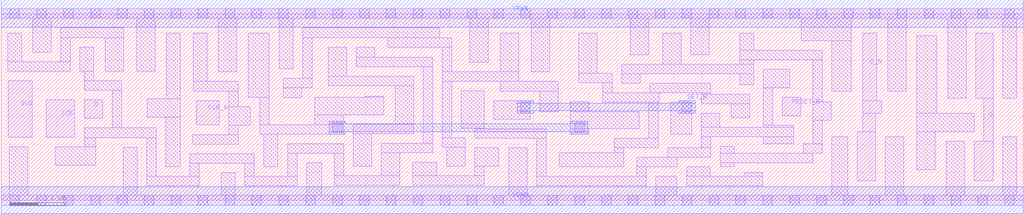
<source format=lef>
# Copyright 2020 The SkyWater PDK Authors
#
# Licensed under the Apache License, Version 2.0 (the "License");
# you may not use this file except in compliance with the License.
# You may obtain a copy of the License at
#
#     https://www.apache.org/licenses/LICENSE-2.0
#
# Unless required by applicable law or agreed to in writing, software
# distributed under the License is distributed on an "AS IS" BASIS,
# WITHOUT WARRANTIES OR CONDITIONS OF ANY KIND, either express or implied.
# See the License for the specific language governing permissions and
# limitations under the License.
#
# SPDX-License-Identifier: Apache-2.0

VERSION 5.7 ;
  NAMESCASESENSITIVE ON ;
  NOWIREEXTENSIONATPIN ON ;
  DIVIDERCHAR "/" ;
  BUSBITCHARS "[]" ;
UNITS
  DATABASE MICRONS 200 ;
END UNITS
MACRO sky130_fd_sc_hs__sdfbbn_2
  CLASS CORE ;
  FOREIGN sky130_fd_sc_hs__sdfbbn_2 ;
  ORIGIN  0.000000  0.000000 ;
  SIZE  18.24000 BY  3.330000 ;
  SYMMETRY X Y ;
  SITE unit ;
  PIN D
    ANTENNAGATEAREA  0.159000 ;
    DIRECTION INPUT ;
    USE SIGNAL ;
    PORT
      LAYER li1 ;
        RECT 1.485000 1.460000 1.815000 1.790000 ;
    END
  END D
  PIN Q
    ANTENNADIFFAREA  0.543200 ;
    DIRECTION OUTPUT ;
    USE SIGNAL ;
    PORT
      LAYER li1 ;
        RECT 17.370000 0.350000 17.705000 1.050000 ;
        RECT 17.395000 1.820000 17.705000 2.980000 ;
        RECT 17.535000 1.050000 17.705000 1.820000 ;
    END
  END Q
  PIN Q_N
    ANTENNADIFFAREA  0.543200 ;
    DIRECTION OUTPUT ;
    USE SIGNAL ;
    PORT
      LAYER li1 ;
        RECT 15.280000 0.350000 15.610000 1.220000 ;
        RECT 15.375000 1.220000 15.610000 1.550000 ;
        RECT 15.375000 1.550000 15.715000 1.780000 ;
        RECT 15.375000 1.780000 15.625000 2.980000 ;
    END
  END Q_N
  PIN RESET_B
    ANTENNAGATEAREA  0.159000 ;
    DIRECTION INPUT ;
    USE SIGNAL ;
    PORT
      LAYER li1 ;
        RECT 13.945000 1.505000 14.275000 1.835000 ;
    END
  END RESET_B
  PIN SCD
    ANTENNAGATEAREA  0.159000 ;
    DIRECTION INPUT ;
    USE SIGNAL ;
    PORT
      LAYER li1 ;
        RECT 0.125000 1.125000 0.550000 2.135000 ;
    END
  END SCD
  PIN SCE
    ANTENNAGATEAREA  0.318000 ;
    DIRECTION INPUT ;
    USE SIGNAL ;
    PORT
      LAYER li1 ;
        RECT 0.805000 1.125000 1.315000 1.795000 ;
    END
  END SCE
  PIN SET_B
    ANTENNAGATEAREA  0.469500 ;
    DIRECTION INPUT ;
    USE SIGNAL ;
    PORT
      LAYER met1 ;
        RECT  9.215000 1.550000  9.505000 1.595000 ;
        RECT  9.215000 1.595000 12.385000 1.735000 ;
        RECT  9.215000 1.735000  9.505000 1.780000 ;
        RECT 12.095000 1.550000 12.385000 1.595000 ;
        RECT 12.095000 1.735000 12.385000 1.780000 ;
    END
  END SET_B
  PIN CLK_N
    ANTENNAGATEAREA  0.279000 ;
    DIRECTION INPUT ;
    USE CLOCK ;
    PORT
      LAYER li1 ;
        RECT 3.485000 1.350000 3.895000 1.780000 ;
    END
  END CLK_N
  PIN VGND
    DIRECTION INOUT ;
    USE GROUND ;
    PORT
      LAYER met1 ;
        RECT 0.000000 -0.245000 18.240000 0.245000 ;
    END
  END VGND
  PIN VPWR
    DIRECTION INOUT ;
    USE POWER ;
    PORT
      LAYER met1 ;
        RECT 0.000000 3.085000 18.240000 3.575000 ;
    END
  END VPWR
  OBS
    LAYER li1 ;
      RECT  0.000000 -0.085000 18.240000 0.085000 ;
      RECT  0.000000  3.245000 18.240000 3.415000 ;
      RECT  0.115000  2.305000  1.235000 2.475000 ;
      RECT  0.115000  2.475000  0.365000 2.980000 ;
      RECT  0.140000  0.085000  0.470000 0.955000 ;
      RECT  0.565000  2.645000  0.895000 3.245000 ;
      RECT  0.960000  0.625000  1.690000 0.955000 ;
      RECT  1.065000  2.475000  1.235000 2.905000 ;
      RECT  1.065000  2.905000  2.185000 3.075000 ;
      RECT  1.405000  2.300000  1.655000 2.735000 ;
      RECT  1.485000  0.955000  1.690000 1.120000 ;
      RECT  1.485000  1.120000  2.770000 1.290000 ;
      RECT  1.485000  1.960000  2.155000 2.130000 ;
      RECT  1.485000  2.130000  1.655000 2.300000 ;
      RECT  1.855000  2.300000  2.185000 2.905000 ;
      RECT  1.985000  1.290000  2.155000 1.960000 ;
      RECT  2.180000  0.085000  2.430000 0.950000 ;
      RECT  2.415000  2.300000  2.745000 3.245000 ;
      RECT  2.600000  0.255000  3.535000 0.425000 ;
      RECT  2.600000  0.425000  2.770000 1.120000 ;
      RECT  2.605000  1.480000  3.195000 1.810000 ;
      RECT  2.940000  0.595000  3.195000 1.480000 ;
      RECT  2.945000  1.810000  3.195000 2.980000 ;
      RECT  3.365000  0.425000  3.535000 0.660000 ;
      RECT  3.365000  0.660000  4.520000 0.830000 ;
      RECT  3.420000  1.000000  4.235000 1.170000 ;
      RECT  3.425000  1.950000  4.235000 2.120000 ;
      RECT  3.425000  2.120000  3.675000 2.980000 ;
      RECT  3.875000  2.290000  4.205000 3.245000 ;
      RECT  3.930000  0.085000  4.180000 0.490000 ;
      RECT  4.065000  1.170000  4.235000 1.340000 ;
      RECT  4.065000  1.340000  4.445000 1.670000 ;
      RECT  4.065000  1.670000  4.235000 1.950000 ;
      RECT  4.350000  0.255000  5.280000 0.425000 ;
      RECT  4.350000  0.425000  4.520000 0.660000 ;
      RECT  4.405000  1.840000  4.785000 2.980000 ;
      RECT  4.615000  1.180000  6.115000 1.350000 ;
      RECT  4.615000  1.350000  4.785000 1.840000 ;
      RECT  4.690000  0.595000  4.940000 1.180000 ;
      RECT  4.965000  2.350000  5.215000 3.245000 ;
      RECT  5.035000  1.830000  5.365000 2.010000 ;
      RECT  5.035000  2.010000  5.555000 2.180000 ;
      RECT  5.110000  0.425000  5.280000 0.840000 ;
      RECT  5.110000  0.840000  6.115000 1.010000 ;
      RECT  5.385000  2.180000  5.555000 2.905000 ;
      RECT  5.385000  2.905000  7.825000 3.075000 ;
      RECT  5.450000  0.085000  5.720000 0.670000 ;
      RECT  5.595000  1.350000  6.115000 1.525000 ;
      RECT  5.595000  1.525000  6.825000 1.840000 ;
      RECT  5.840000  2.040000  7.365000 2.210000 ;
      RECT  5.840000  2.210000  6.170000 2.735000 ;
      RECT  5.945000  0.265000  7.115000 0.435000 ;
      RECT  5.945000  0.435000  6.115000 0.840000 ;
      RECT  6.285000  0.605000  6.615000 1.185000 ;
      RECT  6.285000  1.185000  7.365000 1.355000 ;
      RECT  6.340000  2.380000  7.705000 2.550000 ;
      RECT  6.340000  2.550000  6.670000 2.735000 ;
      RECT  6.495000  1.840000  6.825000 1.855000 ;
      RECT  6.785000  0.435000  7.115000 0.845000 ;
      RECT  6.785000  0.845000  7.705000 1.015000 ;
      RECT  6.900000  2.730000  8.045000 2.900000 ;
      RECT  6.900000  2.900000  7.825000 2.905000 ;
      RECT  7.035000  1.355000  7.365000 2.040000 ;
      RECT  7.345000  0.265000  8.620000 0.435000 ;
      RECT  7.345000  0.435000  7.770000 0.675000 ;
      RECT  7.535000  1.015000  7.705000 2.380000 ;
      RECT  7.875000  0.945000  8.280000 1.115000 ;
      RECT  7.875000  1.115000  8.045000 2.125000 ;
      RECT  7.875000  2.125000  9.235000 2.295000 ;
      RECT  7.875000  2.295000  8.045000 2.730000 ;
      RECT  7.950000  0.605000  8.280000 0.945000 ;
      RECT  8.215000  1.285000  8.620000 1.955000 ;
      RECT  8.365000  2.465000  8.695000 3.245000 ;
      RECT  8.450000  0.435000  8.620000 0.605000 ;
      RECT  8.450000  0.605000  8.885000 0.935000 ;
      RECT  8.450000  1.110000  9.725000 1.280000 ;
      RECT  8.450000  1.280000  8.620000 1.285000 ;
      RECT  8.790000  1.450000  9.445000 1.780000 ;
      RECT  8.905000  1.950000  9.945000 2.120000 ;
      RECT  8.905000  2.120000  9.235000 2.125000 ;
      RECT  8.905000  2.295000  9.235000 2.980000 ;
      RECT  9.055000  0.085000  9.385000 0.940000 ;
      RECT  9.465000  2.290000  9.795000 3.245000 ;
      RECT  9.555000  0.260000 11.510000 0.430000 ;
      RECT  9.555000  0.430000  9.725000 1.110000 ;
      RECT  9.615000  1.580000  9.945000 1.950000 ;
      RECT  9.960000  0.600000 11.110000 0.850000 ;
      RECT 10.155000  1.180000 10.485000 1.280000 ;
      RECT 10.155000  1.280000 11.385000 1.580000 ;
      RECT 10.155000  1.580000 10.485000 1.755000 ;
      RECT 10.305000  2.100000 10.910000 2.270000 ;
      RECT 10.305000  2.270000 10.635000 2.980000 ;
      RECT 10.740000  1.750000 11.750000 1.920000 ;
      RECT 10.740000  1.920000 10.910000 2.100000 ;
      RECT 10.940000  0.850000 11.110000 0.940000 ;
      RECT 10.940000  0.940000 11.725000 1.110000 ;
      RECT 11.080000  2.090000 11.410000 2.260000 ;
      RECT 11.080000  2.260000 13.435000 2.430000 ;
      RECT 11.230000  2.600000 11.560000 3.245000 ;
      RECT 11.340000  0.430000 11.510000 0.600000 ;
      RECT 11.340000  0.600000 12.065000 0.770000 ;
      RECT 11.555000  1.110000 11.725000 1.750000 ;
      RECT 11.580000  1.920000 12.665000 2.090000 ;
      RECT 11.680000  0.085000 12.055000 0.430000 ;
      RECT 11.805000  2.430000 12.135000 2.980000 ;
      RECT 11.895000  0.770000 12.665000 0.940000 ;
      RECT 11.955000  1.180000 12.325000 1.750000 ;
      RECT 12.235000  0.255000 13.595000 0.425000 ;
      RECT 12.235000  0.425000 12.655000 0.600000 ;
      RECT 12.305000  2.600000 12.635000 3.245000 ;
      RECT 12.495000  0.940000 12.665000 1.130000 ;
      RECT 12.495000  1.130000 14.150000 1.300000 ;
      RECT 12.495000  1.300000 12.825000 1.550000 ;
      RECT 12.495000  1.720000 13.365000 1.890000 ;
      RECT 12.495000  1.890000 12.665000 1.920000 ;
      RECT 12.835000  0.595000 13.085000 0.665000 ;
      RECT 12.835000  0.665000 14.490000 0.835000 ;
      RECT 12.835000  0.835000 13.085000 0.960000 ;
      RECT 13.035000  1.470000 13.365000 1.720000 ;
      RECT 13.185000  2.060000 13.435000 2.260000 ;
      RECT 13.185000  2.430000 13.435000 2.505000 ;
      RECT 13.185000  2.505000 14.655000 2.675000 ;
      RECT 13.185000  2.675000 13.435000 2.980000 ;
      RECT 13.265000  0.425000 13.595000 0.495000 ;
      RECT 13.605000  1.005000 14.150000 1.130000 ;
      RECT 13.605000  1.300000 14.150000 1.335000 ;
      RECT 13.605000  1.335000 13.775000 2.005000 ;
      RECT 13.605000  2.005000 14.075000 2.335000 ;
      RECT 14.280000  2.845000 15.170000 3.245000 ;
      RECT 14.320000  0.835000 14.655000 1.005000 ;
      RECT 14.485000  1.005000 14.655000 1.430000 ;
      RECT 14.485000  1.430000 14.815000 1.760000 ;
      RECT 14.485000  1.760000 14.655000 2.505000 ;
      RECT 14.825000  0.085000 15.110000 1.130000 ;
      RECT 14.825000  1.950000 15.170000 2.845000 ;
      RECT 15.780000  0.085000 16.110000 1.130000 ;
      RECT 15.825000  1.950000 16.155000 3.245000 ;
      RECT 16.340000  0.540000 16.670000 1.220000 ;
      RECT 16.340000  1.220000 17.365000 1.550000 ;
      RECT 16.340000  1.550000 16.700000 2.940000 ;
      RECT 16.870000  0.085000 17.200000 1.050000 ;
      RECT 16.895000  1.820000 17.225000 3.245000 ;
      RECT 17.875000  1.820000 18.125000 3.245000 ;
      RECT 17.880000  0.085000 18.130000 1.130000 ;
    LAYER mcon ;
      RECT  0.155000 -0.085000  0.325000 0.085000 ;
      RECT  0.155000  3.245000  0.325000 3.415000 ;
      RECT  0.635000 -0.085000  0.805000 0.085000 ;
      RECT  0.635000  3.245000  0.805000 3.415000 ;
      RECT  1.115000 -0.085000  1.285000 0.085000 ;
      RECT  1.115000  3.245000  1.285000 3.415000 ;
      RECT  1.595000 -0.085000  1.765000 0.085000 ;
      RECT  1.595000  3.245000  1.765000 3.415000 ;
      RECT  2.075000 -0.085000  2.245000 0.085000 ;
      RECT  2.075000  3.245000  2.245000 3.415000 ;
      RECT  2.555000 -0.085000  2.725000 0.085000 ;
      RECT  2.555000  3.245000  2.725000 3.415000 ;
      RECT  3.035000 -0.085000  3.205000 0.085000 ;
      RECT  3.035000  3.245000  3.205000 3.415000 ;
      RECT  3.515000 -0.085000  3.685000 0.085000 ;
      RECT  3.515000  3.245000  3.685000 3.415000 ;
      RECT  3.995000 -0.085000  4.165000 0.085000 ;
      RECT  3.995000  3.245000  4.165000 3.415000 ;
      RECT  4.475000 -0.085000  4.645000 0.085000 ;
      RECT  4.475000  3.245000  4.645000 3.415000 ;
      RECT  4.955000 -0.085000  5.125000 0.085000 ;
      RECT  4.955000  3.245000  5.125000 3.415000 ;
      RECT  5.435000 -0.085000  5.605000 0.085000 ;
      RECT  5.435000  3.245000  5.605000 3.415000 ;
      RECT  5.915000 -0.085000  6.085000 0.085000 ;
      RECT  5.915000  1.210000  6.085000 1.380000 ;
      RECT  5.915000  3.245000  6.085000 3.415000 ;
      RECT  6.395000 -0.085000  6.565000 0.085000 ;
      RECT  6.395000  3.245000  6.565000 3.415000 ;
      RECT  6.875000 -0.085000  7.045000 0.085000 ;
      RECT  6.875000  3.245000  7.045000 3.415000 ;
      RECT  7.355000 -0.085000  7.525000 0.085000 ;
      RECT  7.355000  3.245000  7.525000 3.415000 ;
      RECT  7.835000 -0.085000  8.005000 0.085000 ;
      RECT  7.835000  3.245000  8.005000 3.415000 ;
      RECT  8.315000 -0.085000  8.485000 0.085000 ;
      RECT  8.315000  3.245000  8.485000 3.415000 ;
      RECT  8.795000 -0.085000  8.965000 0.085000 ;
      RECT  8.795000  3.245000  8.965000 3.415000 ;
      RECT  9.275000 -0.085000  9.445000 0.085000 ;
      RECT  9.275000  1.580000  9.445000 1.750000 ;
      RECT  9.275000  3.245000  9.445000 3.415000 ;
      RECT  9.755000 -0.085000  9.925000 0.085000 ;
      RECT  9.755000  3.245000  9.925000 3.415000 ;
      RECT 10.235000 -0.085000 10.405000 0.085000 ;
      RECT 10.235000  1.210000 10.405000 1.380000 ;
      RECT 10.235000  3.245000 10.405000 3.415000 ;
      RECT 10.715000 -0.085000 10.885000 0.085000 ;
      RECT 10.715000  3.245000 10.885000 3.415000 ;
      RECT 11.195000 -0.085000 11.365000 0.085000 ;
      RECT 11.195000  3.245000 11.365000 3.415000 ;
      RECT 11.675000 -0.085000 11.845000 0.085000 ;
      RECT 11.675000  3.245000 11.845000 3.415000 ;
      RECT 12.155000 -0.085000 12.325000 0.085000 ;
      RECT 12.155000  1.580000 12.325000 1.750000 ;
      RECT 12.155000  3.245000 12.325000 3.415000 ;
      RECT 12.635000 -0.085000 12.805000 0.085000 ;
      RECT 12.635000  3.245000 12.805000 3.415000 ;
      RECT 13.115000 -0.085000 13.285000 0.085000 ;
      RECT 13.115000  3.245000 13.285000 3.415000 ;
      RECT 13.595000 -0.085000 13.765000 0.085000 ;
      RECT 13.595000  3.245000 13.765000 3.415000 ;
      RECT 14.075000 -0.085000 14.245000 0.085000 ;
      RECT 14.075000  3.245000 14.245000 3.415000 ;
      RECT 14.555000 -0.085000 14.725000 0.085000 ;
      RECT 14.555000  3.245000 14.725000 3.415000 ;
      RECT 15.035000 -0.085000 15.205000 0.085000 ;
      RECT 15.035000  3.245000 15.205000 3.415000 ;
      RECT 15.515000 -0.085000 15.685000 0.085000 ;
      RECT 15.515000  3.245000 15.685000 3.415000 ;
      RECT 15.995000 -0.085000 16.165000 0.085000 ;
      RECT 15.995000  3.245000 16.165000 3.415000 ;
      RECT 16.475000 -0.085000 16.645000 0.085000 ;
      RECT 16.475000  3.245000 16.645000 3.415000 ;
      RECT 16.955000 -0.085000 17.125000 0.085000 ;
      RECT 16.955000  3.245000 17.125000 3.415000 ;
      RECT 17.435000 -0.085000 17.605000 0.085000 ;
      RECT 17.435000  3.245000 17.605000 3.415000 ;
      RECT 17.915000 -0.085000 18.085000 0.085000 ;
      RECT 17.915000  3.245000 18.085000 3.415000 ;
    LAYER met1 ;
      RECT  5.855000 1.180000  6.145000 1.225000 ;
      RECT  5.855000 1.225000 10.465000 1.365000 ;
      RECT  5.855000 1.365000  6.145000 1.410000 ;
      RECT 10.175000 1.180000 10.465000 1.225000 ;
      RECT 10.175000 1.365000 10.465000 1.410000 ;
  END
END sky130_fd_sc_hs__sdfbbn_2
END LIBRARY

</source>
